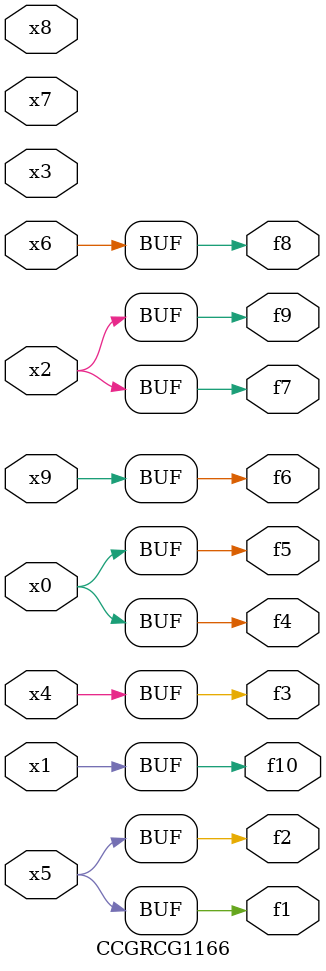
<source format=v>
module CCGRCG1166(
	input x0, x1, x2, x3, x4, x5, x6, x7, x8, x9,
	output f1, f2, f3, f4, f5, f6, f7, f8, f9, f10
);
	assign f1 = x5;
	assign f2 = x5;
	assign f3 = x4;
	assign f4 = x0;
	assign f5 = x0;
	assign f6 = x9;
	assign f7 = x2;
	assign f8 = x6;
	assign f9 = x2;
	assign f10 = x1;
endmodule

</source>
